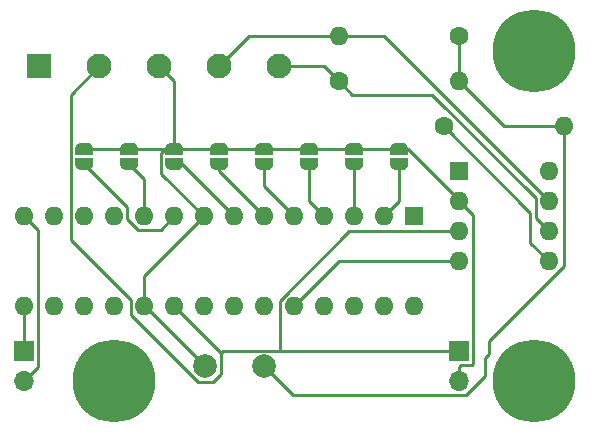
<source format=gbr>
G04 #@! TF.GenerationSoftware,KiCad,Pcbnew,(5.1.5)-3*
G04 #@! TF.CreationDate,2020-06-02T00:14:17+02:00*
G04 #@! TF.ProjectId,I2CMaster,4932434d-6173-4746-9572-2e6b69636164,rev?*
G04 #@! TF.SameCoordinates,Original*
G04 #@! TF.FileFunction,Copper,L1,Top*
G04 #@! TF.FilePolarity,Positive*
%FSLAX46Y46*%
G04 Gerber Fmt 4.6, Leading zero omitted, Abs format (unit mm)*
G04 Created by KiCad (PCBNEW (5.1.5)-3) date 2020-06-02 00:14:17*
%MOMM*%
%LPD*%
G04 APERTURE LIST*
%ADD10O,1.600000X1.600000*%
%ADD11C,1.600000*%
%ADD12O,1.700000X1.700000*%
%ADD13R,1.700000X1.700000*%
%ADD14C,2.000000*%
%ADD15C,7.000000*%
%ADD16R,1.600000X1.600000*%
%ADD17C,2.100000*%
%ADD18R,2.100000X2.100000*%
%ADD19C,0.100000*%
%ADD20C,0.250000*%
G04 APERTURE END LIST*
D10*
X367030000Y-241300000D03*
D11*
X356870000Y-241300000D03*
D12*
X358140000Y-262890000D03*
D13*
X358140000Y-260350000D03*
D14*
X336630000Y-261620000D03*
X341630000Y-261620000D03*
D15*
X328930000Y-262890000D03*
X364490000Y-262890000D03*
X364490000Y-234950000D03*
D10*
X365760000Y-245110000D03*
X358140000Y-252730000D03*
X365760000Y-247650000D03*
X358140000Y-250190000D03*
X365760000Y-250190000D03*
X358140000Y-247650000D03*
X365760000Y-252730000D03*
D16*
X358140000Y-245110000D03*
D10*
X354330000Y-256540000D03*
X321310000Y-248920000D03*
X351790000Y-256540000D03*
X323850000Y-248920000D03*
X349250000Y-256540000D03*
X326390000Y-248920000D03*
X346710000Y-256540000D03*
X328930000Y-248920000D03*
X344170000Y-256540000D03*
X331470000Y-248920000D03*
X341630000Y-256540000D03*
X334010000Y-248920000D03*
X339090000Y-256540000D03*
X336550000Y-248920000D03*
X336550000Y-256540000D03*
X339090000Y-248920000D03*
X334010000Y-256540000D03*
X341630000Y-248920000D03*
X331470000Y-256540000D03*
X344170000Y-248920000D03*
X328930000Y-256540000D03*
X346710000Y-248920000D03*
X326390000Y-256540000D03*
X349250000Y-248920000D03*
X323850000Y-256540000D03*
X351790000Y-248920000D03*
X321310000Y-256540000D03*
D16*
X354330000Y-248920000D03*
D10*
X358140000Y-237490000D03*
D11*
X347980000Y-237490000D03*
D10*
X347980000Y-233680000D03*
D11*
X358140000Y-233680000D03*
D17*
X342900000Y-236220000D03*
X337820000Y-236220000D03*
X332740000Y-236220000D03*
X327660000Y-236220000D03*
D18*
X322580000Y-236220000D03*
G04 #@! TA.AperFunction,SMDPad,CuDef*
D19*
G36*
X327139398Y-244490000D02*
G01*
X327139398Y-244514534D01*
X327134588Y-244563365D01*
X327125016Y-244611490D01*
X327110772Y-244658445D01*
X327091995Y-244703778D01*
X327068864Y-244747051D01*
X327041604Y-244787850D01*
X327010476Y-244825779D01*
X326975779Y-244860476D01*
X326937850Y-244891604D01*
X326897051Y-244918864D01*
X326853778Y-244941995D01*
X326808445Y-244960772D01*
X326761490Y-244975016D01*
X326713365Y-244984588D01*
X326664534Y-244989398D01*
X326640000Y-244989398D01*
X326640000Y-244990000D01*
X326140000Y-244990000D01*
X326140000Y-244989398D01*
X326115466Y-244989398D01*
X326066635Y-244984588D01*
X326018510Y-244975016D01*
X325971555Y-244960772D01*
X325926222Y-244941995D01*
X325882949Y-244918864D01*
X325842150Y-244891604D01*
X325804221Y-244860476D01*
X325769524Y-244825779D01*
X325738396Y-244787850D01*
X325711136Y-244747051D01*
X325688005Y-244703778D01*
X325669228Y-244658445D01*
X325654984Y-244611490D01*
X325645412Y-244563365D01*
X325640602Y-244514534D01*
X325640602Y-244490000D01*
X325640000Y-244490000D01*
X325640000Y-243990000D01*
X327140000Y-243990000D01*
X327140000Y-244490000D01*
X327139398Y-244490000D01*
G37*
G04 #@! TD.AperFunction*
G04 #@! TA.AperFunction,SMDPad,CuDef*
G36*
X325640000Y-243690000D02*
G01*
X325640000Y-243190000D01*
X325640602Y-243190000D01*
X325640602Y-243165466D01*
X325645412Y-243116635D01*
X325654984Y-243068510D01*
X325669228Y-243021555D01*
X325688005Y-242976222D01*
X325711136Y-242932949D01*
X325738396Y-242892150D01*
X325769524Y-242854221D01*
X325804221Y-242819524D01*
X325842150Y-242788396D01*
X325882949Y-242761136D01*
X325926222Y-242738005D01*
X325971555Y-242719228D01*
X326018510Y-242704984D01*
X326066635Y-242695412D01*
X326115466Y-242690602D01*
X326140000Y-242690602D01*
X326140000Y-242690000D01*
X326640000Y-242690000D01*
X326640000Y-242690602D01*
X326664534Y-242690602D01*
X326713365Y-242695412D01*
X326761490Y-242704984D01*
X326808445Y-242719228D01*
X326853778Y-242738005D01*
X326897051Y-242761136D01*
X326937850Y-242788396D01*
X326975779Y-242819524D01*
X327010476Y-242854221D01*
X327041604Y-242892150D01*
X327068864Y-242932949D01*
X327091995Y-242976222D01*
X327110772Y-243021555D01*
X327125016Y-243068510D01*
X327134588Y-243116635D01*
X327139398Y-243165466D01*
X327139398Y-243190000D01*
X327140000Y-243190000D01*
X327140000Y-243690000D01*
X325640000Y-243690000D01*
G37*
G04 #@! TD.AperFunction*
G04 #@! TA.AperFunction,SMDPad,CuDef*
G36*
X330949398Y-244490000D02*
G01*
X330949398Y-244514534D01*
X330944588Y-244563365D01*
X330935016Y-244611490D01*
X330920772Y-244658445D01*
X330901995Y-244703778D01*
X330878864Y-244747051D01*
X330851604Y-244787850D01*
X330820476Y-244825779D01*
X330785779Y-244860476D01*
X330747850Y-244891604D01*
X330707051Y-244918864D01*
X330663778Y-244941995D01*
X330618445Y-244960772D01*
X330571490Y-244975016D01*
X330523365Y-244984588D01*
X330474534Y-244989398D01*
X330450000Y-244989398D01*
X330450000Y-244990000D01*
X329950000Y-244990000D01*
X329950000Y-244989398D01*
X329925466Y-244989398D01*
X329876635Y-244984588D01*
X329828510Y-244975016D01*
X329781555Y-244960772D01*
X329736222Y-244941995D01*
X329692949Y-244918864D01*
X329652150Y-244891604D01*
X329614221Y-244860476D01*
X329579524Y-244825779D01*
X329548396Y-244787850D01*
X329521136Y-244747051D01*
X329498005Y-244703778D01*
X329479228Y-244658445D01*
X329464984Y-244611490D01*
X329455412Y-244563365D01*
X329450602Y-244514534D01*
X329450602Y-244490000D01*
X329450000Y-244490000D01*
X329450000Y-243990000D01*
X330950000Y-243990000D01*
X330950000Y-244490000D01*
X330949398Y-244490000D01*
G37*
G04 #@! TD.AperFunction*
G04 #@! TA.AperFunction,SMDPad,CuDef*
G36*
X329450000Y-243690000D02*
G01*
X329450000Y-243190000D01*
X329450602Y-243190000D01*
X329450602Y-243165466D01*
X329455412Y-243116635D01*
X329464984Y-243068510D01*
X329479228Y-243021555D01*
X329498005Y-242976222D01*
X329521136Y-242932949D01*
X329548396Y-242892150D01*
X329579524Y-242854221D01*
X329614221Y-242819524D01*
X329652150Y-242788396D01*
X329692949Y-242761136D01*
X329736222Y-242738005D01*
X329781555Y-242719228D01*
X329828510Y-242704984D01*
X329876635Y-242695412D01*
X329925466Y-242690602D01*
X329950000Y-242690602D01*
X329950000Y-242690000D01*
X330450000Y-242690000D01*
X330450000Y-242690602D01*
X330474534Y-242690602D01*
X330523365Y-242695412D01*
X330571490Y-242704984D01*
X330618445Y-242719228D01*
X330663778Y-242738005D01*
X330707051Y-242761136D01*
X330747850Y-242788396D01*
X330785779Y-242819524D01*
X330820476Y-242854221D01*
X330851604Y-242892150D01*
X330878864Y-242932949D01*
X330901995Y-242976222D01*
X330920772Y-243021555D01*
X330935016Y-243068510D01*
X330944588Y-243116635D01*
X330949398Y-243165466D01*
X330949398Y-243190000D01*
X330950000Y-243190000D01*
X330950000Y-243690000D01*
X329450000Y-243690000D01*
G37*
G04 #@! TD.AperFunction*
G04 #@! TA.AperFunction,SMDPad,CuDef*
G36*
X334759398Y-244490000D02*
G01*
X334759398Y-244514534D01*
X334754588Y-244563365D01*
X334745016Y-244611490D01*
X334730772Y-244658445D01*
X334711995Y-244703778D01*
X334688864Y-244747051D01*
X334661604Y-244787850D01*
X334630476Y-244825779D01*
X334595779Y-244860476D01*
X334557850Y-244891604D01*
X334517051Y-244918864D01*
X334473778Y-244941995D01*
X334428445Y-244960772D01*
X334381490Y-244975016D01*
X334333365Y-244984588D01*
X334284534Y-244989398D01*
X334260000Y-244989398D01*
X334260000Y-244990000D01*
X333760000Y-244990000D01*
X333760000Y-244989398D01*
X333735466Y-244989398D01*
X333686635Y-244984588D01*
X333638510Y-244975016D01*
X333591555Y-244960772D01*
X333546222Y-244941995D01*
X333502949Y-244918864D01*
X333462150Y-244891604D01*
X333424221Y-244860476D01*
X333389524Y-244825779D01*
X333358396Y-244787850D01*
X333331136Y-244747051D01*
X333308005Y-244703778D01*
X333289228Y-244658445D01*
X333274984Y-244611490D01*
X333265412Y-244563365D01*
X333260602Y-244514534D01*
X333260602Y-244490000D01*
X333260000Y-244490000D01*
X333260000Y-243990000D01*
X334760000Y-243990000D01*
X334760000Y-244490000D01*
X334759398Y-244490000D01*
G37*
G04 #@! TD.AperFunction*
G04 #@! TA.AperFunction,SMDPad,CuDef*
G36*
X333260000Y-243690000D02*
G01*
X333260000Y-243190000D01*
X333260602Y-243190000D01*
X333260602Y-243165466D01*
X333265412Y-243116635D01*
X333274984Y-243068510D01*
X333289228Y-243021555D01*
X333308005Y-242976222D01*
X333331136Y-242932949D01*
X333358396Y-242892150D01*
X333389524Y-242854221D01*
X333424221Y-242819524D01*
X333462150Y-242788396D01*
X333502949Y-242761136D01*
X333546222Y-242738005D01*
X333591555Y-242719228D01*
X333638510Y-242704984D01*
X333686635Y-242695412D01*
X333735466Y-242690602D01*
X333760000Y-242690602D01*
X333760000Y-242690000D01*
X334260000Y-242690000D01*
X334260000Y-242690602D01*
X334284534Y-242690602D01*
X334333365Y-242695412D01*
X334381490Y-242704984D01*
X334428445Y-242719228D01*
X334473778Y-242738005D01*
X334517051Y-242761136D01*
X334557850Y-242788396D01*
X334595779Y-242819524D01*
X334630476Y-242854221D01*
X334661604Y-242892150D01*
X334688864Y-242932949D01*
X334711995Y-242976222D01*
X334730772Y-243021555D01*
X334745016Y-243068510D01*
X334754588Y-243116635D01*
X334759398Y-243165466D01*
X334759398Y-243190000D01*
X334760000Y-243190000D01*
X334760000Y-243690000D01*
X333260000Y-243690000D01*
G37*
G04 #@! TD.AperFunction*
G04 #@! TA.AperFunction,SMDPad,CuDef*
G36*
X338569398Y-244490000D02*
G01*
X338569398Y-244514534D01*
X338564588Y-244563365D01*
X338555016Y-244611490D01*
X338540772Y-244658445D01*
X338521995Y-244703778D01*
X338498864Y-244747051D01*
X338471604Y-244787850D01*
X338440476Y-244825779D01*
X338405779Y-244860476D01*
X338367850Y-244891604D01*
X338327051Y-244918864D01*
X338283778Y-244941995D01*
X338238445Y-244960772D01*
X338191490Y-244975016D01*
X338143365Y-244984588D01*
X338094534Y-244989398D01*
X338070000Y-244989398D01*
X338070000Y-244990000D01*
X337570000Y-244990000D01*
X337570000Y-244989398D01*
X337545466Y-244989398D01*
X337496635Y-244984588D01*
X337448510Y-244975016D01*
X337401555Y-244960772D01*
X337356222Y-244941995D01*
X337312949Y-244918864D01*
X337272150Y-244891604D01*
X337234221Y-244860476D01*
X337199524Y-244825779D01*
X337168396Y-244787850D01*
X337141136Y-244747051D01*
X337118005Y-244703778D01*
X337099228Y-244658445D01*
X337084984Y-244611490D01*
X337075412Y-244563365D01*
X337070602Y-244514534D01*
X337070602Y-244490000D01*
X337070000Y-244490000D01*
X337070000Y-243990000D01*
X338570000Y-243990000D01*
X338570000Y-244490000D01*
X338569398Y-244490000D01*
G37*
G04 #@! TD.AperFunction*
G04 #@! TA.AperFunction,SMDPad,CuDef*
G36*
X337070000Y-243690000D02*
G01*
X337070000Y-243190000D01*
X337070602Y-243190000D01*
X337070602Y-243165466D01*
X337075412Y-243116635D01*
X337084984Y-243068510D01*
X337099228Y-243021555D01*
X337118005Y-242976222D01*
X337141136Y-242932949D01*
X337168396Y-242892150D01*
X337199524Y-242854221D01*
X337234221Y-242819524D01*
X337272150Y-242788396D01*
X337312949Y-242761136D01*
X337356222Y-242738005D01*
X337401555Y-242719228D01*
X337448510Y-242704984D01*
X337496635Y-242695412D01*
X337545466Y-242690602D01*
X337570000Y-242690602D01*
X337570000Y-242690000D01*
X338070000Y-242690000D01*
X338070000Y-242690602D01*
X338094534Y-242690602D01*
X338143365Y-242695412D01*
X338191490Y-242704984D01*
X338238445Y-242719228D01*
X338283778Y-242738005D01*
X338327051Y-242761136D01*
X338367850Y-242788396D01*
X338405779Y-242819524D01*
X338440476Y-242854221D01*
X338471604Y-242892150D01*
X338498864Y-242932949D01*
X338521995Y-242976222D01*
X338540772Y-243021555D01*
X338555016Y-243068510D01*
X338564588Y-243116635D01*
X338569398Y-243165466D01*
X338569398Y-243190000D01*
X338570000Y-243190000D01*
X338570000Y-243690000D01*
X337070000Y-243690000D01*
G37*
G04 #@! TD.AperFunction*
G04 #@! TA.AperFunction,SMDPad,CuDef*
G36*
X342379398Y-244490000D02*
G01*
X342379398Y-244514534D01*
X342374588Y-244563365D01*
X342365016Y-244611490D01*
X342350772Y-244658445D01*
X342331995Y-244703778D01*
X342308864Y-244747051D01*
X342281604Y-244787850D01*
X342250476Y-244825779D01*
X342215779Y-244860476D01*
X342177850Y-244891604D01*
X342137051Y-244918864D01*
X342093778Y-244941995D01*
X342048445Y-244960772D01*
X342001490Y-244975016D01*
X341953365Y-244984588D01*
X341904534Y-244989398D01*
X341880000Y-244989398D01*
X341880000Y-244990000D01*
X341380000Y-244990000D01*
X341380000Y-244989398D01*
X341355466Y-244989398D01*
X341306635Y-244984588D01*
X341258510Y-244975016D01*
X341211555Y-244960772D01*
X341166222Y-244941995D01*
X341122949Y-244918864D01*
X341082150Y-244891604D01*
X341044221Y-244860476D01*
X341009524Y-244825779D01*
X340978396Y-244787850D01*
X340951136Y-244747051D01*
X340928005Y-244703778D01*
X340909228Y-244658445D01*
X340894984Y-244611490D01*
X340885412Y-244563365D01*
X340880602Y-244514534D01*
X340880602Y-244490000D01*
X340880000Y-244490000D01*
X340880000Y-243990000D01*
X342380000Y-243990000D01*
X342380000Y-244490000D01*
X342379398Y-244490000D01*
G37*
G04 #@! TD.AperFunction*
G04 #@! TA.AperFunction,SMDPad,CuDef*
G36*
X340880000Y-243690000D02*
G01*
X340880000Y-243190000D01*
X340880602Y-243190000D01*
X340880602Y-243165466D01*
X340885412Y-243116635D01*
X340894984Y-243068510D01*
X340909228Y-243021555D01*
X340928005Y-242976222D01*
X340951136Y-242932949D01*
X340978396Y-242892150D01*
X341009524Y-242854221D01*
X341044221Y-242819524D01*
X341082150Y-242788396D01*
X341122949Y-242761136D01*
X341166222Y-242738005D01*
X341211555Y-242719228D01*
X341258510Y-242704984D01*
X341306635Y-242695412D01*
X341355466Y-242690602D01*
X341380000Y-242690602D01*
X341380000Y-242690000D01*
X341880000Y-242690000D01*
X341880000Y-242690602D01*
X341904534Y-242690602D01*
X341953365Y-242695412D01*
X342001490Y-242704984D01*
X342048445Y-242719228D01*
X342093778Y-242738005D01*
X342137051Y-242761136D01*
X342177850Y-242788396D01*
X342215779Y-242819524D01*
X342250476Y-242854221D01*
X342281604Y-242892150D01*
X342308864Y-242932949D01*
X342331995Y-242976222D01*
X342350772Y-243021555D01*
X342365016Y-243068510D01*
X342374588Y-243116635D01*
X342379398Y-243165466D01*
X342379398Y-243190000D01*
X342380000Y-243190000D01*
X342380000Y-243690000D01*
X340880000Y-243690000D01*
G37*
G04 #@! TD.AperFunction*
G04 #@! TA.AperFunction,SMDPad,CuDef*
G36*
X346189398Y-244490000D02*
G01*
X346189398Y-244514534D01*
X346184588Y-244563365D01*
X346175016Y-244611490D01*
X346160772Y-244658445D01*
X346141995Y-244703778D01*
X346118864Y-244747051D01*
X346091604Y-244787850D01*
X346060476Y-244825779D01*
X346025779Y-244860476D01*
X345987850Y-244891604D01*
X345947051Y-244918864D01*
X345903778Y-244941995D01*
X345858445Y-244960772D01*
X345811490Y-244975016D01*
X345763365Y-244984588D01*
X345714534Y-244989398D01*
X345690000Y-244989398D01*
X345690000Y-244990000D01*
X345190000Y-244990000D01*
X345190000Y-244989398D01*
X345165466Y-244989398D01*
X345116635Y-244984588D01*
X345068510Y-244975016D01*
X345021555Y-244960772D01*
X344976222Y-244941995D01*
X344932949Y-244918864D01*
X344892150Y-244891604D01*
X344854221Y-244860476D01*
X344819524Y-244825779D01*
X344788396Y-244787850D01*
X344761136Y-244747051D01*
X344738005Y-244703778D01*
X344719228Y-244658445D01*
X344704984Y-244611490D01*
X344695412Y-244563365D01*
X344690602Y-244514534D01*
X344690602Y-244490000D01*
X344690000Y-244490000D01*
X344690000Y-243990000D01*
X346190000Y-243990000D01*
X346190000Y-244490000D01*
X346189398Y-244490000D01*
G37*
G04 #@! TD.AperFunction*
G04 #@! TA.AperFunction,SMDPad,CuDef*
G36*
X344690000Y-243690000D02*
G01*
X344690000Y-243190000D01*
X344690602Y-243190000D01*
X344690602Y-243165466D01*
X344695412Y-243116635D01*
X344704984Y-243068510D01*
X344719228Y-243021555D01*
X344738005Y-242976222D01*
X344761136Y-242932949D01*
X344788396Y-242892150D01*
X344819524Y-242854221D01*
X344854221Y-242819524D01*
X344892150Y-242788396D01*
X344932949Y-242761136D01*
X344976222Y-242738005D01*
X345021555Y-242719228D01*
X345068510Y-242704984D01*
X345116635Y-242695412D01*
X345165466Y-242690602D01*
X345190000Y-242690602D01*
X345190000Y-242690000D01*
X345690000Y-242690000D01*
X345690000Y-242690602D01*
X345714534Y-242690602D01*
X345763365Y-242695412D01*
X345811490Y-242704984D01*
X345858445Y-242719228D01*
X345903778Y-242738005D01*
X345947051Y-242761136D01*
X345987850Y-242788396D01*
X346025779Y-242819524D01*
X346060476Y-242854221D01*
X346091604Y-242892150D01*
X346118864Y-242932949D01*
X346141995Y-242976222D01*
X346160772Y-243021555D01*
X346175016Y-243068510D01*
X346184588Y-243116635D01*
X346189398Y-243165466D01*
X346189398Y-243190000D01*
X346190000Y-243190000D01*
X346190000Y-243690000D01*
X344690000Y-243690000D01*
G37*
G04 #@! TD.AperFunction*
G04 #@! TA.AperFunction,SMDPad,CuDef*
G36*
X349999398Y-244490000D02*
G01*
X349999398Y-244514534D01*
X349994588Y-244563365D01*
X349985016Y-244611490D01*
X349970772Y-244658445D01*
X349951995Y-244703778D01*
X349928864Y-244747051D01*
X349901604Y-244787850D01*
X349870476Y-244825779D01*
X349835779Y-244860476D01*
X349797850Y-244891604D01*
X349757051Y-244918864D01*
X349713778Y-244941995D01*
X349668445Y-244960772D01*
X349621490Y-244975016D01*
X349573365Y-244984588D01*
X349524534Y-244989398D01*
X349500000Y-244989398D01*
X349500000Y-244990000D01*
X349000000Y-244990000D01*
X349000000Y-244989398D01*
X348975466Y-244989398D01*
X348926635Y-244984588D01*
X348878510Y-244975016D01*
X348831555Y-244960772D01*
X348786222Y-244941995D01*
X348742949Y-244918864D01*
X348702150Y-244891604D01*
X348664221Y-244860476D01*
X348629524Y-244825779D01*
X348598396Y-244787850D01*
X348571136Y-244747051D01*
X348548005Y-244703778D01*
X348529228Y-244658445D01*
X348514984Y-244611490D01*
X348505412Y-244563365D01*
X348500602Y-244514534D01*
X348500602Y-244490000D01*
X348500000Y-244490000D01*
X348500000Y-243990000D01*
X350000000Y-243990000D01*
X350000000Y-244490000D01*
X349999398Y-244490000D01*
G37*
G04 #@! TD.AperFunction*
G04 #@! TA.AperFunction,SMDPad,CuDef*
G36*
X348500000Y-243690000D02*
G01*
X348500000Y-243190000D01*
X348500602Y-243190000D01*
X348500602Y-243165466D01*
X348505412Y-243116635D01*
X348514984Y-243068510D01*
X348529228Y-243021555D01*
X348548005Y-242976222D01*
X348571136Y-242932949D01*
X348598396Y-242892150D01*
X348629524Y-242854221D01*
X348664221Y-242819524D01*
X348702150Y-242788396D01*
X348742949Y-242761136D01*
X348786222Y-242738005D01*
X348831555Y-242719228D01*
X348878510Y-242704984D01*
X348926635Y-242695412D01*
X348975466Y-242690602D01*
X349000000Y-242690602D01*
X349000000Y-242690000D01*
X349500000Y-242690000D01*
X349500000Y-242690602D01*
X349524534Y-242690602D01*
X349573365Y-242695412D01*
X349621490Y-242704984D01*
X349668445Y-242719228D01*
X349713778Y-242738005D01*
X349757051Y-242761136D01*
X349797850Y-242788396D01*
X349835779Y-242819524D01*
X349870476Y-242854221D01*
X349901604Y-242892150D01*
X349928864Y-242932949D01*
X349951995Y-242976222D01*
X349970772Y-243021555D01*
X349985016Y-243068510D01*
X349994588Y-243116635D01*
X349999398Y-243165466D01*
X349999398Y-243190000D01*
X350000000Y-243190000D01*
X350000000Y-243690000D01*
X348500000Y-243690000D01*
G37*
G04 #@! TD.AperFunction*
G04 #@! TA.AperFunction,SMDPad,CuDef*
G36*
X353809398Y-244490000D02*
G01*
X353809398Y-244514534D01*
X353804588Y-244563365D01*
X353795016Y-244611490D01*
X353780772Y-244658445D01*
X353761995Y-244703778D01*
X353738864Y-244747051D01*
X353711604Y-244787850D01*
X353680476Y-244825779D01*
X353645779Y-244860476D01*
X353607850Y-244891604D01*
X353567051Y-244918864D01*
X353523778Y-244941995D01*
X353478445Y-244960772D01*
X353431490Y-244975016D01*
X353383365Y-244984588D01*
X353334534Y-244989398D01*
X353310000Y-244989398D01*
X353310000Y-244990000D01*
X352810000Y-244990000D01*
X352810000Y-244989398D01*
X352785466Y-244989398D01*
X352736635Y-244984588D01*
X352688510Y-244975016D01*
X352641555Y-244960772D01*
X352596222Y-244941995D01*
X352552949Y-244918864D01*
X352512150Y-244891604D01*
X352474221Y-244860476D01*
X352439524Y-244825779D01*
X352408396Y-244787850D01*
X352381136Y-244747051D01*
X352358005Y-244703778D01*
X352339228Y-244658445D01*
X352324984Y-244611490D01*
X352315412Y-244563365D01*
X352310602Y-244514534D01*
X352310602Y-244490000D01*
X352310000Y-244490000D01*
X352310000Y-243990000D01*
X353810000Y-243990000D01*
X353810000Y-244490000D01*
X353809398Y-244490000D01*
G37*
G04 #@! TD.AperFunction*
G04 #@! TA.AperFunction,SMDPad,CuDef*
G36*
X352310000Y-243690000D02*
G01*
X352310000Y-243190000D01*
X352310602Y-243190000D01*
X352310602Y-243165466D01*
X352315412Y-243116635D01*
X352324984Y-243068510D01*
X352339228Y-243021555D01*
X352358005Y-242976222D01*
X352381136Y-242932949D01*
X352408396Y-242892150D01*
X352439524Y-242854221D01*
X352474221Y-242819524D01*
X352512150Y-242788396D01*
X352552949Y-242761136D01*
X352596222Y-242738005D01*
X352641555Y-242719228D01*
X352688510Y-242704984D01*
X352736635Y-242695412D01*
X352785466Y-242690602D01*
X352810000Y-242690602D01*
X352810000Y-242690000D01*
X353310000Y-242690000D01*
X353310000Y-242690602D01*
X353334534Y-242690602D01*
X353383365Y-242695412D01*
X353431490Y-242704984D01*
X353478445Y-242719228D01*
X353523778Y-242738005D01*
X353567051Y-242761136D01*
X353607850Y-242788396D01*
X353645779Y-242819524D01*
X353680476Y-242854221D01*
X353711604Y-242892150D01*
X353738864Y-242932949D01*
X353761995Y-242976222D01*
X353780772Y-243021555D01*
X353795016Y-243068510D01*
X353804588Y-243116635D01*
X353809398Y-243165466D01*
X353809398Y-243190000D01*
X353810000Y-243190000D01*
X353810000Y-243690000D01*
X352310000Y-243690000D01*
G37*
G04 #@! TD.AperFunction*
D12*
X321310000Y-262890000D03*
D13*
X321310000Y-260350000D03*
D20*
X346710000Y-236220000D02*
X347980000Y-237490000D01*
X342900000Y-236220000D02*
X346710000Y-236220000D01*
X340360000Y-233680000D02*
X347980000Y-233680000D01*
X337820000Y-236220000D02*
X340360000Y-233680000D01*
X321310000Y-260180000D02*
X321480000Y-260350000D01*
X358140000Y-233680000D02*
X358140000Y-237490000D01*
X347980000Y-252730000D02*
X344170000Y-256540000D01*
X358140000Y-252730000D02*
X347980000Y-252730000D01*
X353060000Y-247650000D02*
X351790000Y-248920000D01*
X353060000Y-244490000D02*
X353060000Y-247650000D01*
X349250000Y-244490000D02*
X349250000Y-248920000D01*
X345440000Y-247650000D02*
X346710000Y-248920000D01*
X345440000Y-244490000D02*
X345440000Y-247650000D01*
X341630000Y-246380000D02*
X344170000Y-248920000D01*
X341630000Y-244490000D02*
X341630000Y-246380000D01*
X337820000Y-245110000D02*
X341630000Y-248920000D01*
X337820000Y-244490000D02*
X337820000Y-245110000D01*
X334660000Y-244490000D02*
X334010000Y-244490000D01*
X339090000Y-248920000D02*
X334660000Y-244490000D01*
X331470000Y-245760000D02*
X330200000Y-244490000D01*
X331470000Y-248920000D02*
X331470000Y-245760000D01*
X326844064Y-244944064D02*
X326390000Y-244490000D01*
X330055001Y-248155001D02*
X326844064Y-244944064D01*
X330055001Y-249170003D02*
X330055001Y-248155001D01*
X330929999Y-250045001D02*
X330055001Y-249170003D01*
X332884999Y-250045001D02*
X330929999Y-250045001D01*
X334010000Y-248920000D02*
X332884999Y-250045001D01*
X364960001Y-249390001D02*
X365760000Y-250190000D01*
X364634999Y-249064999D02*
X364960001Y-249390001D01*
X364634999Y-247399997D02*
X364634999Y-249064999D01*
X355850003Y-238615001D02*
X364634999Y-247399997D01*
X349105001Y-238615001D02*
X355850003Y-238615001D01*
X347980000Y-237490000D02*
X349105001Y-238615001D01*
X351790000Y-233680000D02*
X347980000Y-233680000D01*
X365760000Y-247650000D02*
X351790000Y-233680000D01*
X322485001Y-250095001D02*
X322109999Y-249719999D01*
X322485001Y-261714999D02*
X322485001Y-250095001D01*
X322109999Y-249719999D02*
X321310000Y-248920000D01*
X321310000Y-262890000D02*
X322485001Y-261714999D01*
X321310000Y-260350000D02*
X321310000Y-256540000D01*
X330947592Y-243190000D02*
X330200000Y-243190000D01*
X345030364Y-243190000D02*
X326390000Y-243190000D01*
X353060000Y-243190000D02*
X345030364Y-243190000D01*
X358140000Y-247522408D02*
X358140000Y-247650000D01*
X353807592Y-243190000D02*
X358140000Y-247522408D01*
X353060000Y-243190000D02*
X353807592Y-243190000D01*
X331550000Y-256540000D02*
X331470000Y-256540000D01*
X336630000Y-261620000D02*
X331550000Y-256540000D01*
X331470000Y-254000000D02*
X336550000Y-248920000D01*
X331470000Y-256540000D02*
X331470000Y-254000000D01*
X333262408Y-243190000D02*
X334010000Y-243190000D01*
X332934990Y-243517418D02*
X333262408Y-243190000D01*
X332934990Y-245304990D02*
X332934990Y-243517418D01*
X336550000Y-248920000D02*
X332934990Y-245304990D01*
X334010000Y-237490000D02*
X332740000Y-236220000D01*
X334010000Y-243190000D02*
X334010000Y-237490000D01*
X359250001Y-261525001D02*
X358302918Y-261525001D01*
X358140000Y-261687919D02*
X358140000Y-262890000D01*
X358302918Y-261525001D02*
X358140000Y-261687919D01*
X359315001Y-248825001D02*
X359315001Y-261460001D01*
X359315001Y-261460001D02*
X359250001Y-261525001D01*
X358140000Y-247650000D02*
X359315001Y-248825001D01*
X361950000Y-241300000D02*
X358140000Y-237490000D01*
X367030000Y-241300000D02*
X361950000Y-241300000D01*
X367030000Y-242431370D02*
X367030000Y-241300000D01*
X367030000Y-253125002D02*
X367030000Y-242431370D01*
X360664999Y-259490003D02*
X367030000Y-253125002D01*
X341630000Y-261620000D02*
X344075001Y-264065001D01*
X360324999Y-262444003D02*
X360324999Y-260890799D01*
X360324999Y-260890799D02*
X360664999Y-260550799D01*
X344075001Y-264065001D02*
X358704001Y-264065001D01*
X360664999Y-260550799D02*
X360664999Y-259490003D01*
X358704001Y-264065001D02*
X360324999Y-262444003D01*
X365760000Y-252730000D02*
X364184989Y-251154989D01*
X364184989Y-248614989D02*
X356870000Y-241300000D01*
X364184989Y-251154989D02*
X364184989Y-248614989D01*
X334809999Y-257339999D02*
X334010000Y-256540000D01*
X337955001Y-260485001D02*
X334809999Y-257339999D01*
X337266001Y-262945001D02*
X337955001Y-262256001D01*
X330344999Y-257296001D02*
X335993999Y-262945001D01*
X337955001Y-262256001D02*
X337955001Y-260485001D01*
X330344999Y-255999999D02*
X330344999Y-257296001D01*
X325264999Y-250919999D02*
X330344999Y-255999999D01*
X325264999Y-238615001D02*
X325264999Y-250919999D01*
X335993999Y-262945001D02*
X337266001Y-262945001D01*
X327660000Y-236220000D02*
X325264999Y-238615001D01*
X357040000Y-260350000D02*
X358140000Y-260350000D01*
X356984999Y-260294999D02*
X357040000Y-260350000D01*
X337955001Y-260485001D02*
X338145003Y-260294999D01*
X357008630Y-250190000D02*
X358140000Y-250190000D01*
X348854998Y-250190000D02*
X357008630Y-250190000D01*
X342955001Y-256089997D02*
X348854998Y-250190000D01*
X342955001Y-260294999D02*
X342955001Y-256089997D01*
X342955001Y-260294999D02*
X356984999Y-260294999D01*
X338145003Y-260294999D02*
X342955001Y-260294999D01*
M02*

</source>
